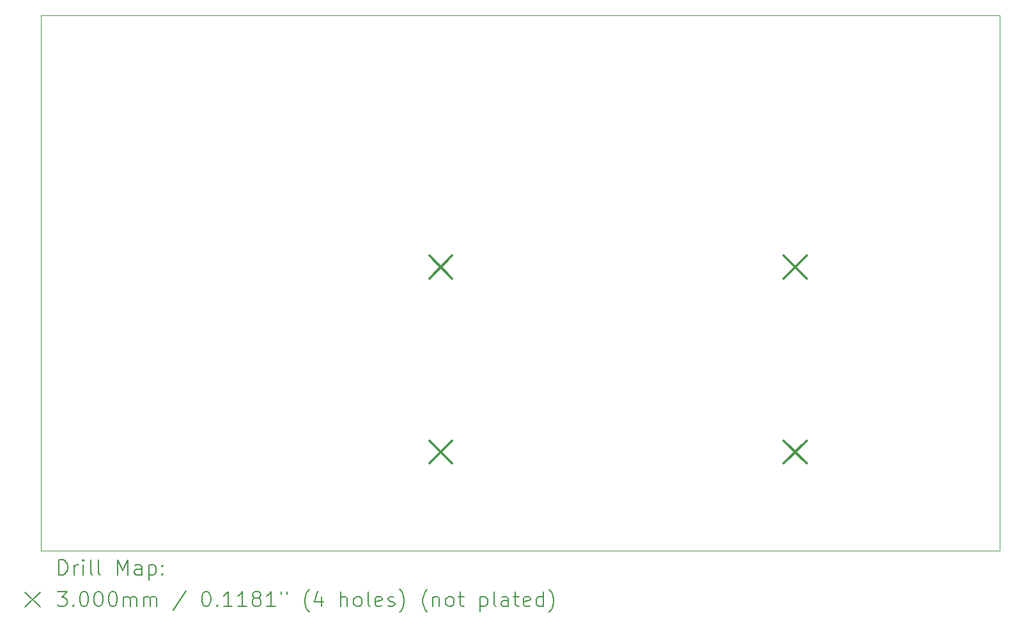
<source format=gbr>
%TF.GenerationSoftware,KiCad,Pcbnew,7.0.2*%
%TF.CreationDate,2023-06-14T14:54:56-05:00*%
%TF.ProjectId,ControlRemoto,436f6e74-726f-46c5-9265-6d6f746f2e6b,rev?*%
%TF.SameCoordinates,Original*%
%TF.FileFunction,Drillmap*%
%TF.FilePolarity,Positive*%
%FSLAX45Y45*%
G04 Gerber Fmt 4.5, Leading zero omitted, Abs format (unit mm)*
G04 Created by KiCad (PCBNEW 7.0.2) date 2023-06-14 14:54:56*
%MOMM*%
%LPD*%
G01*
G04 APERTURE LIST*
%ADD10C,0.100000*%
%ADD11C,0.200000*%
%ADD12C,0.300000*%
G04 APERTURE END LIST*
D10*
X4064000Y-2297200D02*
X16764000Y-2297200D01*
X16764000Y-9398000D01*
X4064000Y-9398000D01*
X4064000Y-2297200D01*
D11*
D12*
X9214000Y-5485000D02*
X9514000Y-5785000D01*
X9514000Y-5485000D02*
X9214000Y-5785000D01*
X9214000Y-7936000D02*
X9514000Y-8236000D01*
X9514000Y-7936000D02*
X9214000Y-8236000D01*
X13909000Y-5485000D02*
X14209000Y-5785000D01*
X14209000Y-5485000D02*
X13909000Y-5785000D01*
X13909000Y-7936000D02*
X14209000Y-8236000D01*
X14209000Y-7936000D02*
X13909000Y-8236000D01*
D11*
X4306619Y-9715524D02*
X4306619Y-9515524D01*
X4306619Y-9515524D02*
X4354238Y-9515524D01*
X4354238Y-9515524D02*
X4382810Y-9525048D01*
X4382810Y-9525048D02*
X4401857Y-9544095D01*
X4401857Y-9544095D02*
X4411381Y-9563143D01*
X4411381Y-9563143D02*
X4420905Y-9601238D01*
X4420905Y-9601238D02*
X4420905Y-9629810D01*
X4420905Y-9629810D02*
X4411381Y-9667905D01*
X4411381Y-9667905D02*
X4401857Y-9686952D01*
X4401857Y-9686952D02*
X4382810Y-9706000D01*
X4382810Y-9706000D02*
X4354238Y-9715524D01*
X4354238Y-9715524D02*
X4306619Y-9715524D01*
X4506619Y-9715524D02*
X4506619Y-9582190D01*
X4506619Y-9620286D02*
X4516143Y-9601238D01*
X4516143Y-9601238D02*
X4525667Y-9591714D01*
X4525667Y-9591714D02*
X4544714Y-9582190D01*
X4544714Y-9582190D02*
X4563762Y-9582190D01*
X4630429Y-9715524D02*
X4630429Y-9582190D01*
X4630429Y-9515524D02*
X4620905Y-9525048D01*
X4620905Y-9525048D02*
X4630429Y-9534571D01*
X4630429Y-9534571D02*
X4639952Y-9525048D01*
X4639952Y-9525048D02*
X4630429Y-9515524D01*
X4630429Y-9515524D02*
X4630429Y-9534571D01*
X4754238Y-9715524D02*
X4735190Y-9706000D01*
X4735190Y-9706000D02*
X4725667Y-9686952D01*
X4725667Y-9686952D02*
X4725667Y-9515524D01*
X4859000Y-9715524D02*
X4839952Y-9706000D01*
X4839952Y-9706000D02*
X4830429Y-9686952D01*
X4830429Y-9686952D02*
X4830429Y-9515524D01*
X5087571Y-9715524D02*
X5087571Y-9515524D01*
X5087571Y-9515524D02*
X5154238Y-9658381D01*
X5154238Y-9658381D02*
X5220905Y-9515524D01*
X5220905Y-9515524D02*
X5220905Y-9715524D01*
X5401857Y-9715524D02*
X5401857Y-9610762D01*
X5401857Y-9610762D02*
X5392333Y-9591714D01*
X5392333Y-9591714D02*
X5373286Y-9582190D01*
X5373286Y-9582190D02*
X5335190Y-9582190D01*
X5335190Y-9582190D02*
X5316143Y-9591714D01*
X5401857Y-9706000D02*
X5382810Y-9715524D01*
X5382810Y-9715524D02*
X5335190Y-9715524D01*
X5335190Y-9715524D02*
X5316143Y-9706000D01*
X5316143Y-9706000D02*
X5306619Y-9686952D01*
X5306619Y-9686952D02*
X5306619Y-9667905D01*
X5306619Y-9667905D02*
X5316143Y-9648857D01*
X5316143Y-9648857D02*
X5335190Y-9639333D01*
X5335190Y-9639333D02*
X5382810Y-9639333D01*
X5382810Y-9639333D02*
X5401857Y-9629810D01*
X5497095Y-9582190D02*
X5497095Y-9782190D01*
X5497095Y-9591714D02*
X5516143Y-9582190D01*
X5516143Y-9582190D02*
X5554238Y-9582190D01*
X5554238Y-9582190D02*
X5573286Y-9591714D01*
X5573286Y-9591714D02*
X5582810Y-9601238D01*
X5582810Y-9601238D02*
X5592333Y-9620286D01*
X5592333Y-9620286D02*
X5592333Y-9677429D01*
X5592333Y-9677429D02*
X5582810Y-9696476D01*
X5582810Y-9696476D02*
X5573286Y-9706000D01*
X5573286Y-9706000D02*
X5554238Y-9715524D01*
X5554238Y-9715524D02*
X5516143Y-9715524D01*
X5516143Y-9715524D02*
X5497095Y-9706000D01*
X5678048Y-9696476D02*
X5687571Y-9706000D01*
X5687571Y-9706000D02*
X5678048Y-9715524D01*
X5678048Y-9715524D02*
X5668524Y-9706000D01*
X5668524Y-9706000D02*
X5678048Y-9696476D01*
X5678048Y-9696476D02*
X5678048Y-9715524D01*
X5678048Y-9591714D02*
X5687571Y-9601238D01*
X5687571Y-9601238D02*
X5678048Y-9610762D01*
X5678048Y-9610762D02*
X5668524Y-9601238D01*
X5668524Y-9601238D02*
X5678048Y-9591714D01*
X5678048Y-9591714D02*
X5678048Y-9610762D01*
X3859000Y-9943000D02*
X4059000Y-10143000D01*
X4059000Y-9943000D02*
X3859000Y-10143000D01*
X4287571Y-9935524D02*
X4411381Y-9935524D01*
X4411381Y-9935524D02*
X4344714Y-10011714D01*
X4344714Y-10011714D02*
X4373286Y-10011714D01*
X4373286Y-10011714D02*
X4392333Y-10021238D01*
X4392333Y-10021238D02*
X4401857Y-10030762D01*
X4401857Y-10030762D02*
X4411381Y-10049810D01*
X4411381Y-10049810D02*
X4411381Y-10097429D01*
X4411381Y-10097429D02*
X4401857Y-10116476D01*
X4401857Y-10116476D02*
X4392333Y-10126000D01*
X4392333Y-10126000D02*
X4373286Y-10135524D01*
X4373286Y-10135524D02*
X4316143Y-10135524D01*
X4316143Y-10135524D02*
X4297095Y-10126000D01*
X4297095Y-10126000D02*
X4287571Y-10116476D01*
X4497095Y-10116476D02*
X4506619Y-10126000D01*
X4506619Y-10126000D02*
X4497095Y-10135524D01*
X4497095Y-10135524D02*
X4487571Y-10126000D01*
X4487571Y-10126000D02*
X4497095Y-10116476D01*
X4497095Y-10116476D02*
X4497095Y-10135524D01*
X4630429Y-9935524D02*
X4649476Y-9935524D01*
X4649476Y-9935524D02*
X4668524Y-9945048D01*
X4668524Y-9945048D02*
X4678048Y-9954571D01*
X4678048Y-9954571D02*
X4687571Y-9973619D01*
X4687571Y-9973619D02*
X4697095Y-10011714D01*
X4697095Y-10011714D02*
X4697095Y-10059333D01*
X4697095Y-10059333D02*
X4687571Y-10097429D01*
X4687571Y-10097429D02*
X4678048Y-10116476D01*
X4678048Y-10116476D02*
X4668524Y-10126000D01*
X4668524Y-10126000D02*
X4649476Y-10135524D01*
X4649476Y-10135524D02*
X4630429Y-10135524D01*
X4630429Y-10135524D02*
X4611381Y-10126000D01*
X4611381Y-10126000D02*
X4601857Y-10116476D01*
X4601857Y-10116476D02*
X4592333Y-10097429D01*
X4592333Y-10097429D02*
X4582810Y-10059333D01*
X4582810Y-10059333D02*
X4582810Y-10011714D01*
X4582810Y-10011714D02*
X4592333Y-9973619D01*
X4592333Y-9973619D02*
X4601857Y-9954571D01*
X4601857Y-9954571D02*
X4611381Y-9945048D01*
X4611381Y-9945048D02*
X4630429Y-9935524D01*
X4820905Y-9935524D02*
X4839952Y-9935524D01*
X4839952Y-9935524D02*
X4859000Y-9945048D01*
X4859000Y-9945048D02*
X4868524Y-9954571D01*
X4868524Y-9954571D02*
X4878048Y-9973619D01*
X4878048Y-9973619D02*
X4887571Y-10011714D01*
X4887571Y-10011714D02*
X4887571Y-10059333D01*
X4887571Y-10059333D02*
X4878048Y-10097429D01*
X4878048Y-10097429D02*
X4868524Y-10116476D01*
X4868524Y-10116476D02*
X4859000Y-10126000D01*
X4859000Y-10126000D02*
X4839952Y-10135524D01*
X4839952Y-10135524D02*
X4820905Y-10135524D01*
X4820905Y-10135524D02*
X4801857Y-10126000D01*
X4801857Y-10126000D02*
X4792333Y-10116476D01*
X4792333Y-10116476D02*
X4782810Y-10097429D01*
X4782810Y-10097429D02*
X4773286Y-10059333D01*
X4773286Y-10059333D02*
X4773286Y-10011714D01*
X4773286Y-10011714D02*
X4782810Y-9973619D01*
X4782810Y-9973619D02*
X4792333Y-9954571D01*
X4792333Y-9954571D02*
X4801857Y-9945048D01*
X4801857Y-9945048D02*
X4820905Y-9935524D01*
X5011381Y-9935524D02*
X5030429Y-9935524D01*
X5030429Y-9935524D02*
X5049476Y-9945048D01*
X5049476Y-9945048D02*
X5059000Y-9954571D01*
X5059000Y-9954571D02*
X5068524Y-9973619D01*
X5068524Y-9973619D02*
X5078048Y-10011714D01*
X5078048Y-10011714D02*
X5078048Y-10059333D01*
X5078048Y-10059333D02*
X5068524Y-10097429D01*
X5068524Y-10097429D02*
X5059000Y-10116476D01*
X5059000Y-10116476D02*
X5049476Y-10126000D01*
X5049476Y-10126000D02*
X5030429Y-10135524D01*
X5030429Y-10135524D02*
X5011381Y-10135524D01*
X5011381Y-10135524D02*
X4992333Y-10126000D01*
X4992333Y-10126000D02*
X4982810Y-10116476D01*
X4982810Y-10116476D02*
X4973286Y-10097429D01*
X4973286Y-10097429D02*
X4963762Y-10059333D01*
X4963762Y-10059333D02*
X4963762Y-10011714D01*
X4963762Y-10011714D02*
X4973286Y-9973619D01*
X4973286Y-9973619D02*
X4982810Y-9954571D01*
X4982810Y-9954571D02*
X4992333Y-9945048D01*
X4992333Y-9945048D02*
X5011381Y-9935524D01*
X5163762Y-10135524D02*
X5163762Y-10002190D01*
X5163762Y-10021238D02*
X5173286Y-10011714D01*
X5173286Y-10011714D02*
X5192333Y-10002190D01*
X5192333Y-10002190D02*
X5220905Y-10002190D01*
X5220905Y-10002190D02*
X5239952Y-10011714D01*
X5239952Y-10011714D02*
X5249476Y-10030762D01*
X5249476Y-10030762D02*
X5249476Y-10135524D01*
X5249476Y-10030762D02*
X5259000Y-10011714D01*
X5259000Y-10011714D02*
X5278048Y-10002190D01*
X5278048Y-10002190D02*
X5306619Y-10002190D01*
X5306619Y-10002190D02*
X5325667Y-10011714D01*
X5325667Y-10011714D02*
X5335191Y-10030762D01*
X5335191Y-10030762D02*
X5335191Y-10135524D01*
X5430429Y-10135524D02*
X5430429Y-10002190D01*
X5430429Y-10021238D02*
X5439952Y-10011714D01*
X5439952Y-10011714D02*
X5459000Y-10002190D01*
X5459000Y-10002190D02*
X5487572Y-10002190D01*
X5487572Y-10002190D02*
X5506619Y-10011714D01*
X5506619Y-10011714D02*
X5516143Y-10030762D01*
X5516143Y-10030762D02*
X5516143Y-10135524D01*
X5516143Y-10030762D02*
X5525667Y-10011714D01*
X5525667Y-10011714D02*
X5544714Y-10002190D01*
X5544714Y-10002190D02*
X5573286Y-10002190D01*
X5573286Y-10002190D02*
X5592333Y-10011714D01*
X5592333Y-10011714D02*
X5601857Y-10030762D01*
X5601857Y-10030762D02*
X5601857Y-10135524D01*
X5992333Y-9926000D02*
X5820905Y-10183143D01*
X6249476Y-9935524D02*
X6268524Y-9935524D01*
X6268524Y-9935524D02*
X6287572Y-9945048D01*
X6287572Y-9945048D02*
X6297095Y-9954571D01*
X6297095Y-9954571D02*
X6306619Y-9973619D01*
X6306619Y-9973619D02*
X6316143Y-10011714D01*
X6316143Y-10011714D02*
X6316143Y-10059333D01*
X6316143Y-10059333D02*
X6306619Y-10097429D01*
X6306619Y-10097429D02*
X6297095Y-10116476D01*
X6297095Y-10116476D02*
X6287572Y-10126000D01*
X6287572Y-10126000D02*
X6268524Y-10135524D01*
X6268524Y-10135524D02*
X6249476Y-10135524D01*
X6249476Y-10135524D02*
X6230429Y-10126000D01*
X6230429Y-10126000D02*
X6220905Y-10116476D01*
X6220905Y-10116476D02*
X6211381Y-10097429D01*
X6211381Y-10097429D02*
X6201857Y-10059333D01*
X6201857Y-10059333D02*
X6201857Y-10011714D01*
X6201857Y-10011714D02*
X6211381Y-9973619D01*
X6211381Y-9973619D02*
X6220905Y-9954571D01*
X6220905Y-9954571D02*
X6230429Y-9945048D01*
X6230429Y-9945048D02*
X6249476Y-9935524D01*
X6401857Y-10116476D02*
X6411381Y-10126000D01*
X6411381Y-10126000D02*
X6401857Y-10135524D01*
X6401857Y-10135524D02*
X6392333Y-10126000D01*
X6392333Y-10126000D02*
X6401857Y-10116476D01*
X6401857Y-10116476D02*
X6401857Y-10135524D01*
X6601857Y-10135524D02*
X6487572Y-10135524D01*
X6544714Y-10135524D02*
X6544714Y-9935524D01*
X6544714Y-9935524D02*
X6525667Y-9964095D01*
X6525667Y-9964095D02*
X6506619Y-9983143D01*
X6506619Y-9983143D02*
X6487572Y-9992667D01*
X6792333Y-10135524D02*
X6678048Y-10135524D01*
X6735191Y-10135524D02*
X6735191Y-9935524D01*
X6735191Y-9935524D02*
X6716143Y-9964095D01*
X6716143Y-9964095D02*
X6697095Y-9983143D01*
X6697095Y-9983143D02*
X6678048Y-9992667D01*
X6906619Y-10021238D02*
X6887572Y-10011714D01*
X6887572Y-10011714D02*
X6878048Y-10002190D01*
X6878048Y-10002190D02*
X6868524Y-9983143D01*
X6868524Y-9983143D02*
X6868524Y-9973619D01*
X6868524Y-9973619D02*
X6878048Y-9954571D01*
X6878048Y-9954571D02*
X6887572Y-9945048D01*
X6887572Y-9945048D02*
X6906619Y-9935524D01*
X6906619Y-9935524D02*
X6944714Y-9935524D01*
X6944714Y-9935524D02*
X6963762Y-9945048D01*
X6963762Y-9945048D02*
X6973286Y-9954571D01*
X6973286Y-9954571D02*
X6982810Y-9973619D01*
X6982810Y-9973619D02*
X6982810Y-9983143D01*
X6982810Y-9983143D02*
X6973286Y-10002190D01*
X6973286Y-10002190D02*
X6963762Y-10011714D01*
X6963762Y-10011714D02*
X6944714Y-10021238D01*
X6944714Y-10021238D02*
X6906619Y-10021238D01*
X6906619Y-10021238D02*
X6887572Y-10030762D01*
X6887572Y-10030762D02*
X6878048Y-10040286D01*
X6878048Y-10040286D02*
X6868524Y-10059333D01*
X6868524Y-10059333D02*
X6868524Y-10097429D01*
X6868524Y-10097429D02*
X6878048Y-10116476D01*
X6878048Y-10116476D02*
X6887572Y-10126000D01*
X6887572Y-10126000D02*
X6906619Y-10135524D01*
X6906619Y-10135524D02*
X6944714Y-10135524D01*
X6944714Y-10135524D02*
X6963762Y-10126000D01*
X6963762Y-10126000D02*
X6973286Y-10116476D01*
X6973286Y-10116476D02*
X6982810Y-10097429D01*
X6982810Y-10097429D02*
X6982810Y-10059333D01*
X6982810Y-10059333D02*
X6973286Y-10040286D01*
X6973286Y-10040286D02*
X6963762Y-10030762D01*
X6963762Y-10030762D02*
X6944714Y-10021238D01*
X7173286Y-10135524D02*
X7059000Y-10135524D01*
X7116143Y-10135524D02*
X7116143Y-9935524D01*
X7116143Y-9935524D02*
X7097095Y-9964095D01*
X7097095Y-9964095D02*
X7078048Y-9983143D01*
X7078048Y-9983143D02*
X7059000Y-9992667D01*
X7249476Y-9935524D02*
X7249476Y-9973619D01*
X7325667Y-9935524D02*
X7325667Y-9973619D01*
X7620905Y-10211714D02*
X7611381Y-10202190D01*
X7611381Y-10202190D02*
X7592334Y-10173619D01*
X7592334Y-10173619D02*
X7582810Y-10154571D01*
X7582810Y-10154571D02*
X7573286Y-10126000D01*
X7573286Y-10126000D02*
X7563762Y-10078381D01*
X7563762Y-10078381D02*
X7563762Y-10040286D01*
X7563762Y-10040286D02*
X7573286Y-9992667D01*
X7573286Y-9992667D02*
X7582810Y-9964095D01*
X7582810Y-9964095D02*
X7592334Y-9945048D01*
X7592334Y-9945048D02*
X7611381Y-9916476D01*
X7611381Y-9916476D02*
X7620905Y-9906952D01*
X7782810Y-10002190D02*
X7782810Y-10135524D01*
X7735191Y-9926000D02*
X7687572Y-10068857D01*
X7687572Y-10068857D02*
X7811381Y-10068857D01*
X8039953Y-10135524D02*
X8039953Y-9935524D01*
X8125667Y-10135524D02*
X8125667Y-10030762D01*
X8125667Y-10030762D02*
X8116143Y-10011714D01*
X8116143Y-10011714D02*
X8097096Y-10002190D01*
X8097096Y-10002190D02*
X8068524Y-10002190D01*
X8068524Y-10002190D02*
X8049476Y-10011714D01*
X8049476Y-10011714D02*
X8039953Y-10021238D01*
X8249476Y-10135524D02*
X8230429Y-10126000D01*
X8230429Y-10126000D02*
X8220905Y-10116476D01*
X8220905Y-10116476D02*
X8211381Y-10097429D01*
X8211381Y-10097429D02*
X8211381Y-10040286D01*
X8211381Y-10040286D02*
X8220905Y-10021238D01*
X8220905Y-10021238D02*
X8230429Y-10011714D01*
X8230429Y-10011714D02*
X8249476Y-10002190D01*
X8249476Y-10002190D02*
X8278048Y-10002190D01*
X8278048Y-10002190D02*
X8297096Y-10011714D01*
X8297096Y-10011714D02*
X8306619Y-10021238D01*
X8306619Y-10021238D02*
X8316143Y-10040286D01*
X8316143Y-10040286D02*
X8316143Y-10097429D01*
X8316143Y-10097429D02*
X8306619Y-10116476D01*
X8306619Y-10116476D02*
X8297096Y-10126000D01*
X8297096Y-10126000D02*
X8278048Y-10135524D01*
X8278048Y-10135524D02*
X8249476Y-10135524D01*
X8430429Y-10135524D02*
X8411381Y-10126000D01*
X8411381Y-10126000D02*
X8401858Y-10106952D01*
X8401858Y-10106952D02*
X8401858Y-9935524D01*
X8582810Y-10126000D02*
X8563762Y-10135524D01*
X8563762Y-10135524D02*
X8525667Y-10135524D01*
X8525667Y-10135524D02*
X8506619Y-10126000D01*
X8506619Y-10126000D02*
X8497096Y-10106952D01*
X8497096Y-10106952D02*
X8497096Y-10030762D01*
X8497096Y-10030762D02*
X8506619Y-10011714D01*
X8506619Y-10011714D02*
X8525667Y-10002190D01*
X8525667Y-10002190D02*
X8563762Y-10002190D01*
X8563762Y-10002190D02*
X8582810Y-10011714D01*
X8582810Y-10011714D02*
X8592334Y-10030762D01*
X8592334Y-10030762D02*
X8592334Y-10049810D01*
X8592334Y-10049810D02*
X8497096Y-10068857D01*
X8668524Y-10126000D02*
X8687572Y-10135524D01*
X8687572Y-10135524D02*
X8725667Y-10135524D01*
X8725667Y-10135524D02*
X8744715Y-10126000D01*
X8744715Y-10126000D02*
X8754239Y-10106952D01*
X8754239Y-10106952D02*
X8754239Y-10097429D01*
X8754239Y-10097429D02*
X8744715Y-10078381D01*
X8744715Y-10078381D02*
X8725667Y-10068857D01*
X8725667Y-10068857D02*
X8697096Y-10068857D01*
X8697096Y-10068857D02*
X8678048Y-10059333D01*
X8678048Y-10059333D02*
X8668524Y-10040286D01*
X8668524Y-10040286D02*
X8668524Y-10030762D01*
X8668524Y-10030762D02*
X8678048Y-10011714D01*
X8678048Y-10011714D02*
X8697096Y-10002190D01*
X8697096Y-10002190D02*
X8725667Y-10002190D01*
X8725667Y-10002190D02*
X8744715Y-10011714D01*
X8820905Y-10211714D02*
X8830429Y-10202190D01*
X8830429Y-10202190D02*
X8849477Y-10173619D01*
X8849477Y-10173619D02*
X8859000Y-10154571D01*
X8859000Y-10154571D02*
X8868524Y-10126000D01*
X8868524Y-10126000D02*
X8878048Y-10078381D01*
X8878048Y-10078381D02*
X8878048Y-10040286D01*
X8878048Y-10040286D02*
X8868524Y-9992667D01*
X8868524Y-9992667D02*
X8859000Y-9964095D01*
X8859000Y-9964095D02*
X8849477Y-9945048D01*
X8849477Y-9945048D02*
X8830429Y-9916476D01*
X8830429Y-9916476D02*
X8820905Y-9906952D01*
X9182810Y-10211714D02*
X9173286Y-10202190D01*
X9173286Y-10202190D02*
X9154239Y-10173619D01*
X9154239Y-10173619D02*
X9144715Y-10154571D01*
X9144715Y-10154571D02*
X9135191Y-10126000D01*
X9135191Y-10126000D02*
X9125667Y-10078381D01*
X9125667Y-10078381D02*
X9125667Y-10040286D01*
X9125667Y-10040286D02*
X9135191Y-9992667D01*
X9135191Y-9992667D02*
X9144715Y-9964095D01*
X9144715Y-9964095D02*
X9154239Y-9945048D01*
X9154239Y-9945048D02*
X9173286Y-9916476D01*
X9173286Y-9916476D02*
X9182810Y-9906952D01*
X9259000Y-10002190D02*
X9259000Y-10135524D01*
X9259000Y-10021238D02*
X9268524Y-10011714D01*
X9268524Y-10011714D02*
X9287572Y-10002190D01*
X9287572Y-10002190D02*
X9316143Y-10002190D01*
X9316143Y-10002190D02*
X9335191Y-10011714D01*
X9335191Y-10011714D02*
X9344715Y-10030762D01*
X9344715Y-10030762D02*
X9344715Y-10135524D01*
X9468524Y-10135524D02*
X9449477Y-10126000D01*
X9449477Y-10126000D02*
X9439953Y-10116476D01*
X9439953Y-10116476D02*
X9430429Y-10097429D01*
X9430429Y-10097429D02*
X9430429Y-10040286D01*
X9430429Y-10040286D02*
X9439953Y-10021238D01*
X9439953Y-10021238D02*
X9449477Y-10011714D01*
X9449477Y-10011714D02*
X9468524Y-10002190D01*
X9468524Y-10002190D02*
X9497096Y-10002190D01*
X9497096Y-10002190D02*
X9516143Y-10011714D01*
X9516143Y-10011714D02*
X9525667Y-10021238D01*
X9525667Y-10021238D02*
X9535191Y-10040286D01*
X9535191Y-10040286D02*
X9535191Y-10097429D01*
X9535191Y-10097429D02*
X9525667Y-10116476D01*
X9525667Y-10116476D02*
X9516143Y-10126000D01*
X9516143Y-10126000D02*
X9497096Y-10135524D01*
X9497096Y-10135524D02*
X9468524Y-10135524D01*
X9592334Y-10002190D02*
X9668524Y-10002190D01*
X9620905Y-9935524D02*
X9620905Y-10106952D01*
X9620905Y-10106952D02*
X9630429Y-10126000D01*
X9630429Y-10126000D02*
X9649477Y-10135524D01*
X9649477Y-10135524D02*
X9668524Y-10135524D01*
X9887572Y-10002190D02*
X9887572Y-10202190D01*
X9887572Y-10011714D02*
X9906620Y-10002190D01*
X9906620Y-10002190D02*
X9944715Y-10002190D01*
X9944715Y-10002190D02*
X9963762Y-10011714D01*
X9963762Y-10011714D02*
X9973286Y-10021238D01*
X9973286Y-10021238D02*
X9982810Y-10040286D01*
X9982810Y-10040286D02*
X9982810Y-10097429D01*
X9982810Y-10097429D02*
X9973286Y-10116476D01*
X9973286Y-10116476D02*
X9963762Y-10126000D01*
X9963762Y-10126000D02*
X9944715Y-10135524D01*
X9944715Y-10135524D02*
X9906620Y-10135524D01*
X9906620Y-10135524D02*
X9887572Y-10126000D01*
X10097096Y-10135524D02*
X10078048Y-10126000D01*
X10078048Y-10126000D02*
X10068524Y-10106952D01*
X10068524Y-10106952D02*
X10068524Y-9935524D01*
X10259001Y-10135524D02*
X10259001Y-10030762D01*
X10259001Y-10030762D02*
X10249477Y-10011714D01*
X10249477Y-10011714D02*
X10230429Y-10002190D01*
X10230429Y-10002190D02*
X10192334Y-10002190D01*
X10192334Y-10002190D02*
X10173286Y-10011714D01*
X10259001Y-10126000D02*
X10239953Y-10135524D01*
X10239953Y-10135524D02*
X10192334Y-10135524D01*
X10192334Y-10135524D02*
X10173286Y-10126000D01*
X10173286Y-10126000D02*
X10163762Y-10106952D01*
X10163762Y-10106952D02*
X10163762Y-10087905D01*
X10163762Y-10087905D02*
X10173286Y-10068857D01*
X10173286Y-10068857D02*
X10192334Y-10059333D01*
X10192334Y-10059333D02*
X10239953Y-10059333D01*
X10239953Y-10059333D02*
X10259001Y-10049810D01*
X10325667Y-10002190D02*
X10401858Y-10002190D01*
X10354239Y-9935524D02*
X10354239Y-10106952D01*
X10354239Y-10106952D02*
X10363762Y-10126000D01*
X10363762Y-10126000D02*
X10382810Y-10135524D01*
X10382810Y-10135524D02*
X10401858Y-10135524D01*
X10544715Y-10126000D02*
X10525667Y-10135524D01*
X10525667Y-10135524D02*
X10487572Y-10135524D01*
X10487572Y-10135524D02*
X10468524Y-10126000D01*
X10468524Y-10126000D02*
X10459001Y-10106952D01*
X10459001Y-10106952D02*
X10459001Y-10030762D01*
X10459001Y-10030762D02*
X10468524Y-10011714D01*
X10468524Y-10011714D02*
X10487572Y-10002190D01*
X10487572Y-10002190D02*
X10525667Y-10002190D01*
X10525667Y-10002190D02*
X10544715Y-10011714D01*
X10544715Y-10011714D02*
X10554239Y-10030762D01*
X10554239Y-10030762D02*
X10554239Y-10049810D01*
X10554239Y-10049810D02*
X10459001Y-10068857D01*
X10725667Y-10135524D02*
X10725667Y-9935524D01*
X10725667Y-10126000D02*
X10706620Y-10135524D01*
X10706620Y-10135524D02*
X10668524Y-10135524D01*
X10668524Y-10135524D02*
X10649477Y-10126000D01*
X10649477Y-10126000D02*
X10639953Y-10116476D01*
X10639953Y-10116476D02*
X10630429Y-10097429D01*
X10630429Y-10097429D02*
X10630429Y-10040286D01*
X10630429Y-10040286D02*
X10639953Y-10021238D01*
X10639953Y-10021238D02*
X10649477Y-10011714D01*
X10649477Y-10011714D02*
X10668524Y-10002190D01*
X10668524Y-10002190D02*
X10706620Y-10002190D01*
X10706620Y-10002190D02*
X10725667Y-10011714D01*
X10801858Y-10211714D02*
X10811382Y-10202190D01*
X10811382Y-10202190D02*
X10830429Y-10173619D01*
X10830429Y-10173619D02*
X10839953Y-10154571D01*
X10839953Y-10154571D02*
X10849477Y-10126000D01*
X10849477Y-10126000D02*
X10859001Y-10078381D01*
X10859001Y-10078381D02*
X10859001Y-10040286D01*
X10859001Y-10040286D02*
X10849477Y-9992667D01*
X10849477Y-9992667D02*
X10839953Y-9964095D01*
X10839953Y-9964095D02*
X10830429Y-9945048D01*
X10830429Y-9945048D02*
X10811382Y-9916476D01*
X10811382Y-9916476D02*
X10801858Y-9906952D01*
M02*

</source>
